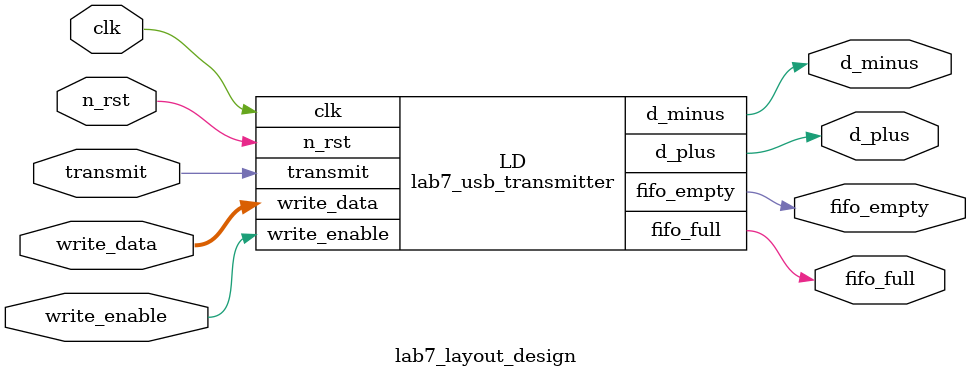
<source format=v>


module lab7_out_ctrl ( clk, n_rst, d_plus, d_minus, bus_mode, tx_value );
  input [1:0] bus_mode;
  input clk, n_rst, tx_value;
  output d_plus, d_minus;
  wire   n10, n11, n3, n4, n5, n6, n7;

  DFFSR d_minus_reg_reg ( .D(n11), .CLK(clk), .R(n_rst), .S(1'b1), .Q(d_minus)
         );
  DFFSR d_plus_reg_reg ( .D(n10), .CLK(clk), .R(1'b1), .S(n_rst), .Q(d_plus)
         );
  NOR2X1 U5 ( .A(n3), .B(n4), .Y(n11) );
  MUX2X1 U6 ( .B(n5), .A(d_minus), .S(bus_mode[1]), .Y(n4) );
  INVX1 U7 ( .A(tx_value), .Y(n5) );
  MUX2X1 U8 ( .B(n6), .A(n7), .S(bus_mode[1]), .Y(n10) );
  NAND2X1 U9 ( .A(d_plus), .B(bus_mode[0]), .Y(n7) );
  NOR2X1 U10 ( .A(tx_value), .B(n3), .Y(n6) );
  INVX1 U11 ( .A(bus_mode[0]), .Y(n3) );
endmodule


module lab7_encoder ( clk, n_rst, tx_bit, shift_enable, tx_value );
  input clk, n_rst, tx_bit, shift_enable;
  output tx_value;
  wire   last_bit, n1, n2;

  DFFSR last_bit_reg ( .D(n2), .CLK(clk), .R(1'b1), .S(n_rst), .Q(last_bit) );
  XNOR2X1 U2 ( .A(last_bit), .B(tx_bit), .Y(tx_value) );
  INVX1 U3 ( .A(n1), .Y(n2) );
  MUX2X1 U4 ( .B(last_bit), .A(tx_bit), .S(shift_enable), .Y(n1) );
endmodule


module lab7_tx_sr_1 ( clk, n_rst, shift_enable, tx_enable, tx_data, load_data, 
        tx_out );
  input [7:0] tx_data;
  input clk, n_rst, shift_enable, tx_enable, load_data;
  output tx_out;
  wire   n29, n30, n31, n32, n33, n34, n35, n36, n9, n10, n11, n12, n13, n14,
         n15, n16, n17, n18, n19, n20, n21, n22, n23, n24, n25, n26, n27;
  wire   [7:1] curr_val;

  DFFSR \curr_val_reg[7]  ( .D(n30), .CLK(clk), .R(n_rst), .S(1'b1), .Q(
        curr_val[7]) );
  DFFSR \curr_val_reg[6]  ( .D(n31), .CLK(clk), .R(n_rst), .S(1'b1), .Q(
        curr_val[6]) );
  DFFSR \curr_val_reg[5]  ( .D(n32), .CLK(clk), .R(n_rst), .S(1'b1), .Q(
        curr_val[5]) );
  DFFSR \curr_val_reg[4]  ( .D(n33), .CLK(clk), .R(n_rst), .S(1'b1), .Q(
        curr_val[4]) );
  DFFSR \curr_val_reg[3]  ( .D(n34), .CLK(clk), .R(n_rst), .S(1'b1), .Q(
        curr_val[3]) );
  DFFSR \curr_val_reg[2]  ( .D(n35), .CLK(clk), .R(n_rst), .S(1'b1), .Q(
        curr_val[2]) );
  DFFSR \curr_val_reg[1]  ( .D(n36), .CLK(clk), .R(n_rst), .S(1'b1), .Q(
        curr_val[1]) );
  DFFSR \curr_val_reg[0]  ( .D(n29), .CLK(clk), .R(n_rst), .S(1'b1), .Q(tx_out) );
  OAI21X1 U11 ( .A(n9), .B(n10), .C(n11), .Y(n36) );
  AOI22X1 U12 ( .A(curr_val[2]), .B(n12), .C(curr_val[1]), .D(n13), .Y(n11) );
  INVX1 U13 ( .A(tx_data[1]), .Y(n10) );
  OAI21X1 U14 ( .A(n9), .B(n14), .C(n15), .Y(n35) );
  AOI22X1 U15 ( .A(curr_val[3]), .B(n12), .C(n13), .D(curr_val[2]), .Y(n15) );
  INVX1 U16 ( .A(tx_data[2]), .Y(n14) );
  OAI21X1 U17 ( .A(n9), .B(n16), .C(n17), .Y(n34) );
  AOI22X1 U18 ( .A(curr_val[4]), .B(n12), .C(curr_val[3]), .D(n13), .Y(n17) );
  INVX1 U19 ( .A(tx_data[3]), .Y(n16) );
  OAI21X1 U20 ( .A(n9), .B(n18), .C(n19), .Y(n33) );
  AOI22X1 U21 ( .A(curr_val[5]), .B(n12), .C(curr_val[4]), .D(n13), .Y(n19) );
  INVX1 U22 ( .A(tx_data[4]), .Y(n18) );
  OAI21X1 U23 ( .A(n9), .B(n20), .C(n21), .Y(n32) );
  AOI22X1 U24 ( .A(curr_val[6]), .B(n12), .C(curr_val[5]), .D(n13), .Y(n21) );
  INVX1 U25 ( .A(tx_data[5]), .Y(n20) );
  OAI21X1 U26 ( .A(n9), .B(n22), .C(n23), .Y(n31) );
  AOI22X1 U27 ( .A(curr_val[7]), .B(n12), .C(curr_val[6]), .D(n13), .Y(n23) );
  INVX1 U28 ( .A(tx_data[6]), .Y(n22) );
  NAND2X1 U29 ( .A(n24), .B(n25), .Y(n30) );
  INVX1 U30 ( .A(n12), .Y(n25) );
  MUX2X1 U31 ( .B(tx_data[7]), .A(curr_val[7]), .S(n13), .Y(n24) );
  OAI21X1 U32 ( .A(n9), .B(n26), .C(n27), .Y(n29) );
  AOI22X1 U33 ( .A(curr_val[1]), .B(n12), .C(tx_out), .D(n13), .Y(n27) );
  NOR2X1 U34 ( .A(n13), .B(load_data), .Y(n12) );
  AOI21X1 U35 ( .A(tx_enable), .B(shift_enable), .C(load_data), .Y(n13) );
  INVX1 U36 ( .A(tx_data[0]), .Y(n26) );
  INVX1 U37 ( .A(load_data), .Y(n9) );
endmodule


module lab7_tx_sr_0 ( clk, n_rst, shift_enable, tx_enable, tx_data, load_data, 
        tx_out );
  input [7:0] tx_data;
  input clk, n_rst, shift_enable, tx_enable, load_data;
  output tx_out;
  wire   n9, n10, n11, n12, n13, n14, n15, n16, n17, n18, n19, n20, n21, n22,
         n23, n24, n25, n26, n27, n28, n36, n37, n38, n39, n40, n41, n42;
  wire   [7:1] curr_val;

  DFFSR \curr_val_reg[7]  ( .D(n41), .CLK(clk), .R(n_rst), .S(1'b1), .Q(
        curr_val[7]) );
  DFFSR \curr_val_reg[6]  ( .D(n40), .CLK(clk), .R(n_rst), .S(1'b1), .Q(
        curr_val[6]) );
  DFFSR \curr_val_reg[5]  ( .D(n39), .CLK(clk), .R(n_rst), .S(1'b1), .Q(
        curr_val[5]) );
  DFFSR \curr_val_reg[4]  ( .D(n38), .CLK(clk), .R(n_rst), .S(1'b1), .Q(
        curr_val[4]) );
  DFFSR \curr_val_reg[3]  ( .D(n37), .CLK(clk), .R(n_rst), .S(1'b1), .Q(
        curr_val[3]) );
  DFFSR \curr_val_reg[2]  ( .D(n36), .CLK(clk), .R(n_rst), .S(1'b1), .Q(
        curr_val[2]) );
  DFFSR \curr_val_reg[1]  ( .D(n28), .CLK(clk), .R(n_rst), .S(1'b1), .Q(
        curr_val[1]) );
  DFFSR \curr_val_reg[0]  ( .D(n42), .CLK(clk), .R(n_rst), .S(1'b1), .Q(tx_out) );
  OAI21X1 U11 ( .A(n9), .B(n10), .C(n11), .Y(n28) );
  AOI22X1 U12 ( .A(curr_val[2]), .B(n12), .C(curr_val[1]), .D(n13), .Y(n11) );
  INVX1 U13 ( .A(tx_data[1]), .Y(n10) );
  OAI21X1 U14 ( .A(n9), .B(n14), .C(n15), .Y(n36) );
  AOI22X1 U15 ( .A(curr_val[3]), .B(n12), .C(n13), .D(curr_val[2]), .Y(n15) );
  INVX1 U16 ( .A(tx_data[2]), .Y(n14) );
  OAI21X1 U17 ( .A(n9), .B(n16), .C(n17), .Y(n37) );
  AOI22X1 U18 ( .A(curr_val[4]), .B(n12), .C(curr_val[3]), .D(n13), .Y(n17) );
  INVX1 U19 ( .A(tx_data[3]), .Y(n16) );
  OAI21X1 U20 ( .A(n9), .B(n18), .C(n19), .Y(n38) );
  AOI22X1 U21 ( .A(curr_val[5]), .B(n12), .C(curr_val[4]), .D(n13), .Y(n19) );
  INVX1 U22 ( .A(tx_data[4]), .Y(n18) );
  OAI21X1 U23 ( .A(n9), .B(n20), .C(n21), .Y(n39) );
  AOI22X1 U24 ( .A(curr_val[6]), .B(n12), .C(curr_val[5]), .D(n13), .Y(n21) );
  INVX1 U25 ( .A(tx_data[5]), .Y(n20) );
  OAI21X1 U26 ( .A(n9), .B(n22), .C(n23), .Y(n40) );
  AOI22X1 U27 ( .A(curr_val[7]), .B(n12), .C(curr_val[6]), .D(n13), .Y(n23) );
  INVX1 U28 ( .A(tx_data[6]), .Y(n22) );
  NAND2X1 U29 ( .A(n24), .B(n25), .Y(n41) );
  INVX1 U30 ( .A(n12), .Y(n25) );
  MUX2X1 U31 ( .B(tx_data[7]), .A(curr_val[7]), .S(n13), .Y(n24) );
  OAI21X1 U32 ( .A(n9), .B(n26), .C(n27), .Y(n42) );
  AOI22X1 U33 ( .A(curr_val[1]), .B(n12), .C(tx_out), .D(n13), .Y(n27) );
  NOR2X1 U34 ( .A(n13), .B(load_data), .Y(n12) );
  AOI21X1 U35 ( .A(tx_enable), .B(shift_enable), .C(load_data), .Y(n13) );
  INVX1 U36 ( .A(tx_data[0]), .Y(n26) );
  INVX1 U37 ( .A(load_data), .Y(n9) );
endmodule


module fiforam ( wclk, wenable, waddr, raddr, wdata, rdata );
  input [2:0] waddr;
  input [2:0] raddr;
  input [7:0] wdata;
  output [7:0] rdata;
  input wclk, wenable;
  wire   N10, N11, N12, N13, N14, N15, \fiforeg[0][7] , \fiforeg[0][6] ,
         \fiforeg[0][5] , \fiforeg[0][4] , \fiforeg[0][3] , \fiforeg[0][2] ,
         \fiforeg[0][1] , \fiforeg[0][0] , \fiforeg[1][7] , \fiforeg[1][6] ,
         \fiforeg[1][5] , \fiforeg[1][4] , \fiforeg[1][3] , \fiforeg[1][2] ,
         \fiforeg[1][1] , \fiforeg[1][0] , \fiforeg[2][7] , \fiforeg[2][6] ,
         \fiforeg[2][5] , \fiforeg[2][4] , \fiforeg[2][3] , \fiforeg[2][2] ,
         \fiforeg[2][1] , \fiforeg[2][0] , \fiforeg[3][7] , \fiforeg[3][6] ,
         \fiforeg[3][5] , \fiforeg[3][4] , \fiforeg[3][3] , \fiforeg[3][2] ,
         \fiforeg[3][1] , \fiforeg[3][0] , \fiforeg[4][7] , \fiforeg[4][6] ,
         \fiforeg[4][5] , \fiforeg[4][4] , \fiforeg[4][3] , \fiforeg[4][2] ,
         \fiforeg[4][1] , \fiforeg[4][0] , \fiforeg[5][7] , \fiforeg[5][6] ,
         \fiforeg[5][5] , \fiforeg[5][4] , \fiforeg[5][3] , \fiforeg[5][2] ,
         \fiforeg[5][1] , \fiforeg[5][0] , \fiforeg[6][7] , \fiforeg[6][6] ,
         \fiforeg[6][5] , \fiforeg[6][4] , \fiforeg[6][3] , \fiforeg[6][2] ,
         \fiforeg[6][1] , \fiforeg[6][0] , \fiforeg[7][7] , \fiforeg[7][6] ,
         \fiforeg[7][5] , \fiforeg[7][4] , \fiforeg[7][3] , \fiforeg[7][2] ,
         \fiforeg[7][1] , \fiforeg[7][0] , N17, N18, N19, N20, N21, N22, N23,
         N24, n89, n90, n91, n92, n93, n94, n95, n96, n97, n98, n99, n100,
         n101, n102, n103, n104, n105, n106, n107, n108, n109, n110, n111,
         n112, n113, n114, n115, n116, n117, n118, n119, n120, n121, n122,
         n123, n124, n125, n126, n127, n128, n129, n130, n131, n132, n133,
         n134, n135, n136, n137, n138, n139, n140, n141, n142, n143, n144,
         n145, n146, n147, n148, n149, n150, n151, n152, n1, n2, n3, n4, n5,
         n6, n7, n8, n9, n10, n11, n12, n13, n14, n15, n16, n17, n18, n19, n20,
         n21, n22, n23, n24, n25, n26, n27, n28, n29, n30, n31, n32, n33, n34,
         n35, n36, n37, n38, n39, n40, n41, n42, n43, n44, n45, n46, n47, n48,
         n49, n50, n51, n52, n53, n54, n55, n56, n57, n58, n59, n60, n61, n62,
         n63, n64, n65, n66, n67, n68, n69, n70, n71, n72, n73, n74, n75, n76,
         n77, n78, n79, n80, n81, n82, n83, n84, n85, n86, n87, n88, n153,
         n154, n155, n156, n157, n158, n159, n160, n161, n162, n163, n164,
         n165, n166, n167, n168, n169, n170, n171, n172, n173, n174, n175,
         n176, n177, n178, n179, n180, n181, n182, n183, n184, n185, n186,
         n187, n188, n189, n190, n191, n192, n193, n194, n195, n196, n197,
         n198, n199, n200, n201, n202, n203, n204, n205, n206, n207, n208,
         n209, n210, n211, n212, n213, n214, n215, n216, n217, n218, n219,
         n220, n221, n222, n223, n224, n225, n226, n227, n228, n229, n230,
         n231, n232, n233, n234, n235, n236, n237, n238, n239, n240, n241,
         n242, n243, n244, n245, n246, n247, n248, n249, n250, n251, n252,
         n253, n254, n255, n256, n257, n258, n259, n260, n261, n262;
  assign N10 = raddr[0];
  assign N11 = raddr[1];
  assign N12 = raddr[2];
  assign N13 = waddr[0];
  assign N14 = waddr[1];
  assign N15 = waddr[2];

  DFFPOSX1 \fiforeg_reg[0][7]  ( .D(n152), .CLK(wclk), .Q(\fiforeg[0][7] ) );
  DFFPOSX1 \fiforeg_reg[0][6]  ( .D(n151), .CLK(wclk), .Q(\fiforeg[0][6] ) );
  DFFPOSX1 \fiforeg_reg[0][5]  ( .D(n150), .CLK(wclk), .Q(\fiforeg[0][5] ) );
  DFFPOSX1 \fiforeg_reg[0][4]  ( .D(n149), .CLK(wclk), .Q(\fiforeg[0][4] ) );
  DFFPOSX1 \fiforeg_reg[0][3]  ( .D(n148), .CLK(wclk), .Q(\fiforeg[0][3] ) );
  DFFPOSX1 \fiforeg_reg[0][2]  ( .D(n147), .CLK(wclk), .Q(\fiforeg[0][2] ) );
  DFFPOSX1 \fiforeg_reg[0][1]  ( .D(n146), .CLK(wclk), .Q(\fiforeg[0][1] ) );
  DFFPOSX1 \fiforeg_reg[0][0]  ( .D(n145), .CLK(wclk), .Q(\fiforeg[0][0] ) );
  DFFPOSX1 \fiforeg_reg[1][7]  ( .D(n144), .CLK(wclk), .Q(\fiforeg[1][7] ) );
  DFFPOSX1 \fiforeg_reg[1][6]  ( .D(n143), .CLK(wclk), .Q(\fiforeg[1][6] ) );
  DFFPOSX1 \fiforeg_reg[1][5]  ( .D(n142), .CLK(wclk), .Q(\fiforeg[1][5] ) );
  DFFPOSX1 \fiforeg_reg[1][4]  ( .D(n141), .CLK(wclk), .Q(\fiforeg[1][4] ) );
  DFFPOSX1 \fiforeg_reg[1][3]  ( .D(n140), .CLK(wclk), .Q(\fiforeg[1][3] ) );
  DFFPOSX1 \fiforeg_reg[1][2]  ( .D(n139), .CLK(wclk), .Q(\fiforeg[1][2] ) );
  DFFPOSX1 \fiforeg_reg[1][1]  ( .D(n138), .CLK(wclk), .Q(\fiforeg[1][1] ) );
  DFFPOSX1 \fiforeg_reg[1][0]  ( .D(n137), .CLK(wclk), .Q(\fiforeg[1][0] ) );
  DFFPOSX1 \fiforeg_reg[2][7]  ( .D(n136), .CLK(wclk), .Q(\fiforeg[2][7] ) );
  DFFPOSX1 \fiforeg_reg[2][6]  ( .D(n135), .CLK(wclk), .Q(\fiforeg[2][6] ) );
  DFFPOSX1 \fiforeg_reg[2][5]  ( .D(n134), .CLK(wclk), .Q(\fiforeg[2][5] ) );
  DFFPOSX1 \fiforeg_reg[2][4]  ( .D(n133), .CLK(wclk), .Q(\fiforeg[2][4] ) );
  DFFPOSX1 \fiforeg_reg[2][3]  ( .D(n132), .CLK(wclk), .Q(\fiforeg[2][3] ) );
  DFFPOSX1 \fiforeg_reg[2][2]  ( .D(n131), .CLK(wclk), .Q(\fiforeg[2][2] ) );
  DFFPOSX1 \fiforeg_reg[2][1]  ( .D(n130), .CLK(wclk), .Q(\fiforeg[2][1] ) );
  DFFPOSX1 \fiforeg_reg[2][0]  ( .D(n129), .CLK(wclk), .Q(\fiforeg[2][0] ) );
  DFFPOSX1 \fiforeg_reg[3][7]  ( .D(n128), .CLK(wclk), .Q(\fiforeg[3][7] ) );
  DFFPOSX1 \fiforeg_reg[3][6]  ( .D(n127), .CLK(wclk), .Q(\fiforeg[3][6] ) );
  DFFPOSX1 \fiforeg_reg[3][5]  ( .D(n126), .CLK(wclk), .Q(\fiforeg[3][5] ) );
  DFFPOSX1 \fiforeg_reg[3][4]  ( .D(n125), .CLK(wclk), .Q(\fiforeg[3][4] ) );
  DFFPOSX1 \fiforeg_reg[3][3]  ( .D(n124), .CLK(wclk), .Q(\fiforeg[3][3] ) );
  DFFPOSX1 \fiforeg_reg[3][2]  ( .D(n123), .CLK(wclk), .Q(\fiforeg[3][2] ) );
  DFFPOSX1 \fiforeg_reg[3][1]  ( .D(n122), .CLK(wclk), .Q(\fiforeg[3][1] ) );
  DFFPOSX1 \fiforeg_reg[3][0]  ( .D(n121), .CLK(wclk), .Q(\fiforeg[3][0] ) );
  DFFPOSX1 \fiforeg_reg[4][7]  ( .D(n120), .CLK(wclk), .Q(\fiforeg[4][7] ) );
  DFFPOSX1 \fiforeg_reg[4][6]  ( .D(n119), .CLK(wclk), .Q(\fiforeg[4][6] ) );
  DFFPOSX1 \fiforeg_reg[4][5]  ( .D(n118), .CLK(wclk), .Q(\fiforeg[4][5] ) );
  DFFPOSX1 \fiforeg_reg[4][4]  ( .D(n117), .CLK(wclk), .Q(\fiforeg[4][4] ) );
  DFFPOSX1 \fiforeg_reg[4][3]  ( .D(n116), .CLK(wclk), .Q(\fiforeg[4][3] ) );
  DFFPOSX1 \fiforeg_reg[4][2]  ( .D(n115), .CLK(wclk), .Q(\fiforeg[4][2] ) );
  DFFPOSX1 \fiforeg_reg[4][1]  ( .D(n114), .CLK(wclk), .Q(\fiforeg[4][1] ) );
  DFFPOSX1 \fiforeg_reg[4][0]  ( .D(n113), .CLK(wclk), .Q(\fiforeg[4][0] ) );
  DFFPOSX1 \fiforeg_reg[5][7]  ( .D(n112), .CLK(wclk), .Q(\fiforeg[5][7] ) );
  DFFPOSX1 \fiforeg_reg[5][6]  ( .D(n111), .CLK(wclk), .Q(\fiforeg[5][6] ) );
  DFFPOSX1 \fiforeg_reg[5][5]  ( .D(n110), .CLK(wclk), .Q(\fiforeg[5][5] ) );
  DFFPOSX1 \fiforeg_reg[5][4]  ( .D(n109), .CLK(wclk), .Q(\fiforeg[5][4] ) );
  DFFPOSX1 \fiforeg_reg[5][3]  ( .D(n108), .CLK(wclk), .Q(\fiforeg[5][3] ) );
  DFFPOSX1 \fiforeg_reg[5][2]  ( .D(n107), .CLK(wclk), .Q(\fiforeg[5][2] ) );
  DFFPOSX1 \fiforeg_reg[5][1]  ( .D(n106), .CLK(wclk), .Q(\fiforeg[5][1] ) );
  DFFPOSX1 \fiforeg_reg[5][0]  ( .D(n105), .CLK(wclk), .Q(\fiforeg[5][0] ) );
  DFFPOSX1 \fiforeg_reg[6][7]  ( .D(n104), .CLK(wclk), .Q(\fiforeg[6][7] ) );
  DFFPOSX1 \fiforeg_reg[6][6]  ( .D(n103), .CLK(wclk), .Q(\fiforeg[6][6] ) );
  DFFPOSX1 \fiforeg_reg[6][5]  ( .D(n102), .CLK(wclk), .Q(\fiforeg[6][5] ) );
  DFFPOSX1 \fiforeg_reg[6][4]  ( .D(n101), .CLK(wclk), .Q(\fiforeg[6][4] ) );
  DFFPOSX1 \fiforeg_reg[6][3]  ( .D(n100), .CLK(wclk), .Q(\fiforeg[6][3] ) );
  DFFPOSX1 \fiforeg_reg[6][2]  ( .D(n99), .CLK(wclk), .Q(\fiforeg[6][2] ) );
  DFFPOSX1 \fiforeg_reg[6][1]  ( .D(n98), .CLK(wclk), .Q(\fiforeg[6][1] ) );
  DFFPOSX1 \fiforeg_reg[6][0]  ( .D(n97), .CLK(wclk), .Q(\fiforeg[6][0] ) );
  DFFPOSX1 \fiforeg_reg[7][7]  ( .D(n96), .CLK(wclk), .Q(\fiforeg[7][7] ) );
  DFFPOSX1 \fiforeg_reg[7][6]  ( .D(n95), .CLK(wclk), .Q(\fiforeg[7][6] ) );
  DFFPOSX1 \fiforeg_reg[7][5]  ( .D(n94), .CLK(wclk), .Q(\fiforeg[7][5] ) );
  DFFPOSX1 \fiforeg_reg[7][4]  ( .D(n93), .CLK(wclk), .Q(\fiforeg[7][4] ) );
  DFFPOSX1 \fiforeg_reg[7][3]  ( .D(n92), .CLK(wclk), .Q(\fiforeg[7][3] ) );
  DFFPOSX1 \fiforeg_reg[7][2]  ( .D(n91), .CLK(wclk), .Q(\fiforeg[7][2] ) );
  DFFPOSX1 \fiforeg_reg[7][1]  ( .D(n90), .CLK(wclk), .Q(\fiforeg[7][1] ) );
  DFFPOSX1 \fiforeg_reg[7][0]  ( .D(n89), .CLK(wclk), .Q(\fiforeg[7][0] ) );
  BUFX2 U2 ( .A(n175), .Y(n1) );
  BUFX2 U3 ( .A(n56), .Y(n2) );
  BUFX2 U4 ( .A(n172), .Y(n3) );
  BUFX2 U5 ( .A(n53), .Y(n4) );
  BUFX2 U6 ( .A(n173), .Y(n5) );
  BUFX2 U7 ( .A(n54), .Y(n6) );
  BUFX2 U8 ( .A(n174), .Y(n7) );
  BUFX2 U9 ( .A(n55), .Y(n8) );
  NOR2X1 U10 ( .A(n63), .B(N11), .Y(n54) );
  NOR2X1 U11 ( .A(n63), .B(n62), .Y(n53) );
  AOI22X1 U12 ( .A(\fiforeg[4][0] ), .B(n6), .C(\fiforeg[6][0] ), .D(n4), .Y(
        n10) );
  NOR2X1 U13 ( .A(N11), .B(N12), .Y(n56) );
  NOR2X1 U14 ( .A(n62), .B(N12), .Y(n55) );
  AOI22X1 U15 ( .A(\fiforeg[0][0] ), .B(n2), .C(\fiforeg[2][0] ), .D(n8), .Y(
        n9) );
  AOI21X1 U16 ( .A(n10), .B(n9), .C(N10), .Y(n14) );
  AOI22X1 U17 ( .A(\fiforeg[5][0] ), .B(n6), .C(\fiforeg[7][0] ), .D(n4), .Y(
        n12) );
  AOI22X1 U18 ( .A(\fiforeg[1][0] ), .B(n2), .C(\fiforeg[3][0] ), .D(n8), .Y(
        n11) );
  AOI21X1 U19 ( .A(n12), .B(n11), .C(n61), .Y(n13) );
  OR2X1 U20 ( .A(n14), .B(n13), .Y(rdata[0]) );
  AOI22X1 U21 ( .A(\fiforeg[4][1] ), .B(n6), .C(\fiforeg[6][1] ), .D(n4), .Y(
        n16) );
  AOI22X1 U22 ( .A(\fiforeg[0][1] ), .B(n2), .C(\fiforeg[2][1] ), .D(n8), .Y(
        n15) );
  AOI21X1 U23 ( .A(n16), .B(n15), .C(N10), .Y(n20) );
  AOI22X1 U24 ( .A(\fiforeg[5][1] ), .B(n6), .C(\fiforeg[7][1] ), .D(n4), .Y(
        n18) );
  AOI22X1 U25 ( .A(\fiforeg[1][1] ), .B(n2), .C(\fiforeg[3][1] ), .D(n8), .Y(
        n17) );
  AOI21X1 U26 ( .A(n18), .B(n17), .C(n61), .Y(n19) );
  OR2X1 U27 ( .A(n20), .B(n19), .Y(rdata[1]) );
  AOI22X1 U28 ( .A(\fiforeg[4][2] ), .B(n6), .C(\fiforeg[6][2] ), .D(n4), .Y(
        n22) );
  AOI22X1 U29 ( .A(\fiforeg[0][2] ), .B(n2), .C(\fiforeg[2][2] ), .D(n8), .Y(
        n21) );
  AOI21X1 U30 ( .A(n22), .B(n21), .C(N10), .Y(n26) );
  AOI22X1 U31 ( .A(\fiforeg[5][2] ), .B(n6), .C(\fiforeg[7][2] ), .D(n4), .Y(
        n24) );
  AOI22X1 U32 ( .A(\fiforeg[1][2] ), .B(n2), .C(\fiforeg[3][2] ), .D(n8), .Y(
        n23) );
  AOI21X1 U33 ( .A(n24), .B(n23), .C(n61), .Y(n25) );
  OR2X1 U34 ( .A(n26), .B(n25), .Y(rdata[2]) );
  AOI22X1 U35 ( .A(\fiforeg[4][3] ), .B(n6), .C(\fiforeg[6][3] ), .D(n4), .Y(
        n28) );
  AOI22X1 U36 ( .A(\fiforeg[0][3] ), .B(n2), .C(\fiforeg[2][3] ), .D(n8), .Y(
        n27) );
  AOI21X1 U37 ( .A(n28), .B(n27), .C(N10), .Y(n32) );
  AOI22X1 U38 ( .A(\fiforeg[5][3] ), .B(n6), .C(\fiforeg[7][3] ), .D(n4), .Y(
        n30) );
  AOI22X1 U39 ( .A(\fiforeg[1][3] ), .B(n2), .C(\fiforeg[3][3] ), .D(n8), .Y(
        n29) );
  AOI21X1 U40 ( .A(n30), .B(n29), .C(n61), .Y(n31) );
  OR2X1 U41 ( .A(n32), .B(n31), .Y(rdata[3]) );
  AOI22X1 U42 ( .A(\fiforeg[4][4] ), .B(n6), .C(\fiforeg[6][4] ), .D(n4), .Y(
        n34) );
  AOI22X1 U43 ( .A(\fiforeg[0][4] ), .B(n2), .C(\fiforeg[2][4] ), .D(n8), .Y(
        n33) );
  AOI21X1 U44 ( .A(n34), .B(n33), .C(N10), .Y(n38) );
  AOI22X1 U45 ( .A(\fiforeg[5][4] ), .B(n6), .C(\fiforeg[7][4] ), .D(n4), .Y(
        n36) );
  AOI22X1 U46 ( .A(\fiforeg[1][4] ), .B(n2), .C(\fiforeg[3][4] ), .D(n8), .Y(
        n35) );
  AOI21X1 U47 ( .A(n36), .B(n35), .C(n61), .Y(n37) );
  OR2X1 U48 ( .A(n38), .B(n37), .Y(rdata[4]) );
  AOI22X1 U49 ( .A(\fiforeg[4][5] ), .B(n6), .C(\fiforeg[6][5] ), .D(n4), .Y(
        n40) );
  AOI22X1 U50 ( .A(\fiforeg[0][5] ), .B(n2), .C(\fiforeg[2][5] ), .D(n8), .Y(
        n39) );
  AOI21X1 U51 ( .A(n40), .B(n39), .C(N10), .Y(n44) );
  AOI22X1 U52 ( .A(\fiforeg[5][5] ), .B(n6), .C(\fiforeg[7][5] ), .D(n4), .Y(
        n42) );
  AOI22X1 U53 ( .A(\fiforeg[1][5] ), .B(n2), .C(\fiforeg[3][5] ), .D(n8), .Y(
        n41) );
  AOI21X1 U54 ( .A(n42), .B(n41), .C(n61), .Y(n43) );
  OR2X1 U55 ( .A(n44), .B(n43), .Y(rdata[5]) );
  AOI22X1 U56 ( .A(\fiforeg[4][6] ), .B(n6), .C(\fiforeg[6][6] ), .D(n4), .Y(
        n46) );
  AOI22X1 U57 ( .A(\fiforeg[0][6] ), .B(n2), .C(\fiforeg[2][6] ), .D(n8), .Y(
        n45) );
  AOI21X1 U58 ( .A(n46), .B(n45), .C(N10), .Y(n50) );
  AOI22X1 U59 ( .A(\fiforeg[5][6] ), .B(n6), .C(\fiforeg[7][6] ), .D(n4), .Y(
        n48) );
  AOI22X1 U60 ( .A(\fiforeg[1][6] ), .B(n2), .C(\fiforeg[3][6] ), .D(n8), .Y(
        n47) );
  AOI21X1 U61 ( .A(n48), .B(n47), .C(n61), .Y(n49) );
  OR2X1 U62 ( .A(n50), .B(n49), .Y(rdata[6]) );
  AOI22X1 U63 ( .A(\fiforeg[4][7] ), .B(n6), .C(\fiforeg[6][7] ), .D(n4), .Y(
        n52) );
  AOI22X1 U64 ( .A(\fiforeg[0][7] ), .B(n2), .C(\fiforeg[2][7] ), .D(n8), .Y(
        n51) );
  AOI21X1 U65 ( .A(n52), .B(n51), .C(N10), .Y(n60) );
  AOI22X1 U66 ( .A(\fiforeg[5][7] ), .B(n6), .C(\fiforeg[7][7] ), .D(n4), .Y(
        n58) );
  AOI22X1 U67 ( .A(\fiforeg[1][7] ), .B(n2), .C(\fiforeg[3][7] ), .D(n8), .Y(
        n57) );
  AOI21X1 U68 ( .A(n58), .B(n57), .C(n61), .Y(n59) );
  OR2X1 U69 ( .A(n60), .B(n59), .Y(rdata[7]) );
  INVX2 U70 ( .A(N10), .Y(n61) );
  INVX2 U71 ( .A(N11), .Y(n62) );
  INVX2 U72 ( .A(N12), .Y(n63) );
  NOR2X1 U73 ( .A(n211), .B(N14), .Y(n173) );
  NOR2X1 U74 ( .A(n211), .B(n180), .Y(n172) );
  AOI22X1 U75 ( .A(\fiforeg[4][0] ), .B(n5), .C(\fiforeg[6][0] ), .D(n3), .Y(
        n65) );
  NOR2X1 U76 ( .A(N14), .B(N15), .Y(n175) );
  NOR2X1 U77 ( .A(n180), .B(N15), .Y(n174) );
  AOI22X1 U78 ( .A(\fiforeg[0][0] ), .B(n1), .C(\fiforeg[2][0] ), .D(n7), .Y(
        n64) );
  AOI21X1 U79 ( .A(n65), .B(n64), .C(N13), .Y(n69) );
  AOI22X1 U80 ( .A(\fiforeg[5][0] ), .B(n5), .C(\fiforeg[7][0] ), .D(n3), .Y(
        n67) );
  AOI22X1 U81 ( .A(\fiforeg[1][0] ), .B(n1), .C(\fiforeg[3][0] ), .D(n7), .Y(
        n66) );
  AOI21X1 U82 ( .A(n67), .B(n66), .C(n212), .Y(n68) );
  OR2X1 U83 ( .A(n69), .B(n68), .Y(N24) );
  AOI22X1 U84 ( .A(\fiforeg[4][1] ), .B(n5), .C(\fiforeg[6][1] ), .D(n3), .Y(
        n71) );
  AOI22X1 U85 ( .A(\fiforeg[0][1] ), .B(n1), .C(\fiforeg[2][1] ), .D(n7), .Y(
        n70) );
  AOI21X1 U86 ( .A(n71), .B(n70), .C(N13), .Y(n75) );
  AOI22X1 U87 ( .A(\fiforeg[5][1] ), .B(n5), .C(\fiforeg[7][1] ), .D(n3), .Y(
        n73) );
  AOI22X1 U88 ( .A(\fiforeg[1][1] ), .B(n1), .C(\fiforeg[3][1] ), .D(n7), .Y(
        n72) );
  AOI21X1 U89 ( .A(n73), .B(n72), .C(n212), .Y(n74) );
  OR2X1 U90 ( .A(n75), .B(n74), .Y(N23) );
  AOI22X1 U91 ( .A(\fiforeg[4][2] ), .B(n5), .C(\fiforeg[6][2] ), .D(n3), .Y(
        n77) );
  AOI22X1 U92 ( .A(\fiforeg[0][2] ), .B(n1), .C(\fiforeg[2][2] ), .D(n7), .Y(
        n76) );
  AOI21X1 U93 ( .A(n77), .B(n76), .C(N13), .Y(n81) );
  AOI22X1 U94 ( .A(\fiforeg[5][2] ), .B(n5), .C(\fiforeg[7][2] ), .D(n3), .Y(
        n79) );
  AOI22X1 U95 ( .A(\fiforeg[1][2] ), .B(n1), .C(\fiforeg[3][2] ), .D(n7), .Y(
        n78) );
  AOI21X1 U96 ( .A(n79), .B(n78), .C(n212), .Y(n80) );
  OR2X1 U97 ( .A(n81), .B(n80), .Y(N22) );
  AOI22X1 U98 ( .A(\fiforeg[4][3] ), .B(n5), .C(\fiforeg[6][3] ), .D(n3), .Y(
        n83) );
  AOI22X1 U99 ( .A(\fiforeg[0][3] ), .B(n1), .C(\fiforeg[2][3] ), .D(n7), .Y(
        n82) );
  AOI21X1 U100 ( .A(n83), .B(n82), .C(N13), .Y(n87) );
  AOI22X1 U101 ( .A(\fiforeg[5][3] ), .B(n5), .C(\fiforeg[7][3] ), .D(n3), .Y(
        n85) );
  AOI22X1 U102 ( .A(\fiforeg[1][3] ), .B(n1), .C(\fiforeg[3][3] ), .D(n7), .Y(
        n84) );
  AOI21X1 U103 ( .A(n85), .B(n84), .C(n212), .Y(n86) );
  OR2X1 U104 ( .A(n87), .B(n86), .Y(N21) );
  AOI22X1 U105 ( .A(\fiforeg[4][4] ), .B(n5), .C(\fiforeg[6][4] ), .D(n3), .Y(
        n153) );
  AOI22X1 U106 ( .A(\fiforeg[0][4] ), .B(n1), .C(\fiforeg[2][4] ), .D(n7), .Y(
        n88) );
  AOI21X1 U107 ( .A(n153), .B(n88), .C(N13), .Y(n157) );
  AOI22X1 U108 ( .A(\fiforeg[5][4] ), .B(n5), .C(\fiforeg[7][4] ), .D(n3), .Y(
        n155) );
  AOI22X1 U109 ( .A(\fiforeg[1][4] ), .B(n1), .C(\fiforeg[3][4] ), .D(n7), .Y(
        n154) );
  AOI21X1 U110 ( .A(n155), .B(n154), .C(n212), .Y(n156) );
  OR2X1 U111 ( .A(n157), .B(n156), .Y(N20) );
  AOI22X1 U112 ( .A(\fiforeg[4][5] ), .B(n5), .C(\fiforeg[6][5] ), .D(n3), .Y(
        n159) );
  AOI22X1 U113 ( .A(\fiforeg[0][5] ), .B(n1), .C(\fiforeg[2][5] ), .D(n7), .Y(
        n158) );
  AOI21X1 U114 ( .A(n159), .B(n158), .C(N13), .Y(n163) );
  AOI22X1 U115 ( .A(\fiforeg[5][5] ), .B(n5), .C(\fiforeg[7][5] ), .D(n3), .Y(
        n161) );
  AOI22X1 U116 ( .A(\fiforeg[1][5] ), .B(n1), .C(\fiforeg[3][5] ), .D(n7), .Y(
        n160) );
  AOI21X1 U117 ( .A(n161), .B(n160), .C(n212), .Y(n162) );
  OR2X1 U118 ( .A(n163), .B(n162), .Y(N19) );
  AOI22X1 U119 ( .A(\fiforeg[4][6] ), .B(n5), .C(\fiforeg[6][6] ), .D(n3), .Y(
        n165) );
  AOI22X1 U120 ( .A(\fiforeg[0][6] ), .B(n1), .C(\fiforeg[2][6] ), .D(n7), .Y(
        n164) );
  AOI21X1 U121 ( .A(n165), .B(n164), .C(N13), .Y(n169) );
  AOI22X1 U122 ( .A(\fiforeg[5][6] ), .B(n5), .C(\fiforeg[7][6] ), .D(n3), .Y(
        n167) );
  AOI22X1 U123 ( .A(\fiforeg[1][6] ), .B(n1), .C(\fiforeg[3][6] ), .D(n7), .Y(
        n166) );
  AOI21X1 U124 ( .A(n167), .B(n166), .C(n212), .Y(n168) );
  OR2X1 U125 ( .A(n169), .B(n168), .Y(N18) );
  AOI22X1 U126 ( .A(\fiforeg[4][7] ), .B(n5), .C(\fiforeg[6][7] ), .D(n3), .Y(
        n171) );
  AOI22X1 U127 ( .A(\fiforeg[0][7] ), .B(n1), .C(\fiforeg[2][7] ), .D(n7), .Y(
        n170) );
  AOI21X1 U128 ( .A(n171), .B(n170), .C(N13), .Y(n179) );
  AOI22X1 U129 ( .A(\fiforeg[5][7] ), .B(n5), .C(\fiforeg[7][7] ), .D(n3), .Y(
        n177) );
  AOI22X1 U130 ( .A(\fiforeg[1][7] ), .B(n1), .C(\fiforeg[3][7] ), .D(n7), .Y(
        n176) );
  AOI21X1 U131 ( .A(n177), .B(n176), .C(n212), .Y(n178) );
  OR2X1 U132 ( .A(n179), .B(n178), .Y(N17) );
  INVX2 U133 ( .A(N14), .Y(n180) );
  MUX2X1 U134 ( .B(n181), .A(n182), .S(n183), .Y(n99) );
  INVX1 U135 ( .A(\fiforeg[6][2] ), .Y(n182) );
  MUX2X1 U136 ( .B(n184), .A(n185), .S(n183), .Y(n98) );
  INVX1 U137 ( .A(\fiforeg[6][1] ), .Y(n185) );
  MUX2X1 U138 ( .B(n186), .A(n187), .S(n183), .Y(n97) );
  INVX1 U139 ( .A(\fiforeg[6][0] ), .Y(n187) );
  MUX2X1 U140 ( .B(n188), .A(n189), .S(n190), .Y(n96) );
  INVX1 U141 ( .A(\fiforeg[7][7] ), .Y(n189) );
  MUX2X1 U142 ( .B(n191), .A(n192), .S(n190), .Y(n95) );
  INVX1 U143 ( .A(\fiforeg[7][6] ), .Y(n192) );
  MUX2X1 U144 ( .B(n193), .A(n194), .S(n190), .Y(n94) );
  INVX1 U145 ( .A(\fiforeg[7][5] ), .Y(n194) );
  MUX2X1 U146 ( .B(n195), .A(n196), .S(n190), .Y(n93) );
  INVX1 U147 ( .A(\fiforeg[7][4] ), .Y(n196) );
  MUX2X1 U148 ( .B(n197), .A(n198), .S(n190), .Y(n92) );
  INVX1 U149 ( .A(\fiforeg[7][3] ), .Y(n198) );
  MUX2X1 U150 ( .B(n181), .A(n199), .S(n190), .Y(n91) );
  INVX1 U151 ( .A(\fiforeg[7][2] ), .Y(n199) );
  MUX2X1 U152 ( .B(n184), .A(n200), .S(n190), .Y(n90) );
  INVX1 U153 ( .A(\fiforeg[7][1] ), .Y(n200) );
  MUX2X1 U154 ( .B(n186), .A(n201), .S(n190), .Y(n89) );
  NAND3X1 U155 ( .A(N15), .B(N14), .C(N13), .Y(n190) );
  INVX1 U156 ( .A(\fiforeg[7][0] ), .Y(n201) );
  MUX2X1 U157 ( .B(n188), .A(n202), .S(n203), .Y(n152) );
  INVX1 U158 ( .A(\fiforeg[0][7] ), .Y(n202) );
  MUX2X1 U159 ( .B(n191), .A(n204), .S(n203), .Y(n151) );
  INVX1 U160 ( .A(\fiforeg[0][6] ), .Y(n204) );
  MUX2X1 U161 ( .B(n193), .A(n205), .S(n203), .Y(n150) );
  INVX1 U162 ( .A(\fiforeg[0][5] ), .Y(n205) );
  MUX2X1 U163 ( .B(n195), .A(n206), .S(n203), .Y(n149) );
  INVX1 U164 ( .A(\fiforeg[0][4] ), .Y(n206) );
  MUX2X1 U165 ( .B(n197), .A(n207), .S(n203), .Y(n148) );
  INVX1 U166 ( .A(\fiforeg[0][3] ), .Y(n207) );
  MUX2X1 U167 ( .B(n181), .A(n208), .S(n203), .Y(n147) );
  INVX1 U168 ( .A(\fiforeg[0][2] ), .Y(n208) );
  MUX2X1 U169 ( .B(n184), .A(n209), .S(n203), .Y(n146) );
  INVX1 U170 ( .A(\fiforeg[0][1] ), .Y(n209) );
  MUX2X1 U171 ( .B(n186), .A(n210), .S(n203), .Y(n145) );
  NAND3X1 U172 ( .A(n180), .B(n211), .C(n212), .Y(n203) );
  INVX1 U173 ( .A(\fiforeg[0][0] ), .Y(n210) );
  MUX2X1 U174 ( .B(n188), .A(n213), .S(n214), .Y(n144) );
  INVX1 U175 ( .A(\fiforeg[1][7] ), .Y(n213) );
  MUX2X1 U176 ( .B(n191), .A(n215), .S(n214), .Y(n143) );
  INVX1 U177 ( .A(\fiforeg[1][6] ), .Y(n215) );
  MUX2X1 U178 ( .B(n193), .A(n216), .S(n214), .Y(n142) );
  INVX1 U179 ( .A(\fiforeg[1][5] ), .Y(n216) );
  MUX2X1 U180 ( .B(n195), .A(n217), .S(n214), .Y(n141) );
  INVX1 U181 ( .A(\fiforeg[1][4] ), .Y(n217) );
  MUX2X1 U182 ( .B(n197), .A(n218), .S(n214), .Y(n140) );
  INVX1 U183 ( .A(\fiforeg[1][3] ), .Y(n218) );
  MUX2X1 U184 ( .B(n181), .A(n219), .S(n214), .Y(n139) );
  INVX1 U185 ( .A(\fiforeg[1][2] ), .Y(n219) );
  MUX2X1 U186 ( .B(n184), .A(n220), .S(n214), .Y(n138) );
  INVX1 U187 ( .A(\fiforeg[1][1] ), .Y(n220) );
  MUX2X1 U188 ( .B(n186), .A(n221), .S(n214), .Y(n137) );
  NAND3X1 U189 ( .A(n180), .B(n211), .C(N13), .Y(n214) );
  INVX1 U190 ( .A(\fiforeg[1][0] ), .Y(n221) );
  MUX2X1 U191 ( .B(n188), .A(n222), .S(n223), .Y(n136) );
  INVX1 U192 ( .A(\fiforeg[2][7] ), .Y(n222) );
  MUX2X1 U193 ( .B(n191), .A(n224), .S(n223), .Y(n135) );
  INVX1 U194 ( .A(\fiforeg[2][6] ), .Y(n224) );
  MUX2X1 U195 ( .B(n193), .A(n225), .S(n223), .Y(n134) );
  INVX1 U196 ( .A(\fiforeg[2][5] ), .Y(n225) );
  MUX2X1 U197 ( .B(n195), .A(n226), .S(n223), .Y(n133) );
  INVX1 U198 ( .A(\fiforeg[2][4] ), .Y(n226) );
  MUX2X1 U199 ( .B(n197), .A(n227), .S(n223), .Y(n132) );
  INVX1 U200 ( .A(\fiforeg[2][3] ), .Y(n227) );
  MUX2X1 U201 ( .B(n181), .A(n228), .S(n223), .Y(n131) );
  INVX1 U202 ( .A(\fiforeg[2][2] ), .Y(n228) );
  MUX2X1 U203 ( .B(n184), .A(n229), .S(n223), .Y(n130) );
  INVX1 U204 ( .A(\fiforeg[2][1] ), .Y(n229) );
  MUX2X1 U205 ( .B(n186), .A(n230), .S(n223), .Y(n129) );
  NAND3X1 U206 ( .A(n212), .B(n211), .C(N14), .Y(n223) );
  INVX1 U207 ( .A(\fiforeg[2][0] ), .Y(n230) );
  MUX2X1 U208 ( .B(n188), .A(n231), .S(n232), .Y(n128) );
  INVX1 U209 ( .A(\fiforeg[3][7] ), .Y(n231) );
  MUX2X1 U210 ( .B(n191), .A(n233), .S(n232), .Y(n127) );
  INVX1 U211 ( .A(\fiforeg[3][6] ), .Y(n233) );
  MUX2X1 U212 ( .B(n193), .A(n234), .S(n232), .Y(n126) );
  INVX1 U213 ( .A(\fiforeg[3][5] ), .Y(n234) );
  MUX2X1 U214 ( .B(n195), .A(n235), .S(n232), .Y(n125) );
  INVX1 U215 ( .A(\fiforeg[3][4] ), .Y(n235) );
  MUX2X1 U216 ( .B(n197), .A(n236), .S(n232), .Y(n124) );
  INVX1 U217 ( .A(\fiforeg[3][3] ), .Y(n236) );
  MUX2X1 U218 ( .B(n181), .A(n237), .S(n232), .Y(n123) );
  INVX1 U219 ( .A(\fiforeg[3][2] ), .Y(n237) );
  MUX2X1 U220 ( .B(n184), .A(n238), .S(n232), .Y(n122) );
  INVX1 U221 ( .A(\fiforeg[3][1] ), .Y(n238) );
  MUX2X1 U222 ( .B(n186), .A(n239), .S(n232), .Y(n121) );
  NAND3X1 U223 ( .A(N14), .B(n211), .C(N13), .Y(n232) );
  INVX1 U224 ( .A(N15), .Y(n211) );
  INVX1 U225 ( .A(\fiforeg[3][0] ), .Y(n239) );
  MUX2X1 U226 ( .B(n188), .A(n240), .S(n241), .Y(n120) );
  INVX1 U227 ( .A(\fiforeg[4][7] ), .Y(n240) );
  MUX2X1 U228 ( .B(n191), .A(n242), .S(n241), .Y(n119) );
  INVX1 U229 ( .A(\fiforeg[4][6] ), .Y(n242) );
  MUX2X1 U230 ( .B(n193), .A(n243), .S(n241), .Y(n118) );
  INVX1 U231 ( .A(\fiforeg[4][5] ), .Y(n243) );
  MUX2X1 U232 ( .B(n195), .A(n244), .S(n241), .Y(n117) );
  INVX1 U233 ( .A(\fiforeg[4][4] ), .Y(n244) );
  MUX2X1 U234 ( .B(n197), .A(n245), .S(n241), .Y(n116) );
  INVX1 U235 ( .A(\fiforeg[4][3] ), .Y(n245) );
  MUX2X1 U236 ( .B(n181), .A(n246), .S(n241), .Y(n115) );
  INVX1 U237 ( .A(\fiforeg[4][2] ), .Y(n246) );
  MUX2X1 U238 ( .B(n184), .A(n247), .S(n241), .Y(n114) );
  INVX1 U239 ( .A(\fiforeg[4][1] ), .Y(n247) );
  MUX2X1 U240 ( .B(n186), .A(n248), .S(n241), .Y(n113) );
  NAND3X1 U241 ( .A(n212), .B(n180), .C(N15), .Y(n241) );
  INVX1 U242 ( .A(\fiforeg[4][0] ), .Y(n248) );
  MUX2X1 U243 ( .B(n188), .A(n249), .S(n250), .Y(n112) );
  INVX1 U244 ( .A(\fiforeg[5][7] ), .Y(n249) );
  MUX2X1 U245 ( .B(n191), .A(n251), .S(n250), .Y(n111) );
  INVX1 U246 ( .A(\fiforeg[5][6] ), .Y(n251) );
  MUX2X1 U247 ( .B(n193), .A(n252), .S(n250), .Y(n110) );
  INVX1 U248 ( .A(\fiforeg[5][5] ), .Y(n252) );
  MUX2X1 U249 ( .B(n195), .A(n253), .S(n250), .Y(n109) );
  INVX1 U250 ( .A(\fiforeg[5][4] ), .Y(n253) );
  MUX2X1 U251 ( .B(n197), .A(n254), .S(n250), .Y(n108) );
  INVX1 U252 ( .A(\fiforeg[5][3] ), .Y(n254) );
  MUX2X1 U253 ( .B(n181), .A(n255), .S(n250), .Y(n107) );
  INVX1 U254 ( .A(\fiforeg[5][2] ), .Y(n255) );
  MUX2X1 U255 ( .B(N22), .A(wdata[2]), .S(wenable), .Y(n181) );
  MUX2X1 U256 ( .B(n184), .A(n256), .S(n250), .Y(n106) );
  INVX1 U257 ( .A(\fiforeg[5][1] ), .Y(n256) );
  MUX2X1 U258 ( .B(N23), .A(wdata[1]), .S(wenable), .Y(n184) );
  MUX2X1 U259 ( .B(n186), .A(n257), .S(n250), .Y(n105) );
  NAND3X1 U260 ( .A(N15), .B(n180), .C(N13), .Y(n250) );
  INVX1 U261 ( .A(\fiforeg[5][0] ), .Y(n257) );
  MUX2X1 U262 ( .B(N24), .A(wdata[0]), .S(wenable), .Y(n186) );
  MUX2X1 U263 ( .B(n188), .A(n258), .S(n183), .Y(n104) );
  INVX1 U264 ( .A(\fiforeg[6][7] ), .Y(n258) );
  MUX2X1 U265 ( .B(N17), .A(wdata[7]), .S(wenable), .Y(n188) );
  MUX2X1 U266 ( .B(n191), .A(n259), .S(n183), .Y(n103) );
  INVX1 U267 ( .A(\fiforeg[6][6] ), .Y(n259) );
  MUX2X1 U268 ( .B(N18), .A(wdata[6]), .S(wenable), .Y(n191) );
  MUX2X1 U269 ( .B(n193), .A(n260), .S(n183), .Y(n102) );
  INVX1 U270 ( .A(\fiforeg[6][5] ), .Y(n260) );
  MUX2X1 U271 ( .B(N19), .A(wdata[5]), .S(wenable), .Y(n193) );
  MUX2X1 U272 ( .B(n195), .A(n261), .S(n183), .Y(n101) );
  INVX1 U273 ( .A(\fiforeg[6][4] ), .Y(n261) );
  MUX2X1 U274 ( .B(N20), .A(wdata[4]), .S(wenable), .Y(n195) );
  MUX2X1 U275 ( .B(n197), .A(n262), .S(n183), .Y(n100) );
  NAND3X1 U276 ( .A(N14), .B(n212), .C(N15), .Y(n183) );
  INVX1 U277 ( .A(N13), .Y(n212) );
  INVX1 U278 ( .A(\fiforeg[6][3] ), .Y(n262) );
  MUX2X1 U279 ( .B(N21), .A(wdata[3]), .S(wenable), .Y(n197) );
endmodule


module write_ptr ( wclk, rst_n, wenable, wptr, wptr_nxt );
  output [3:0] wptr;
  output [3:0] wptr_nxt;
  input wclk, rst_n, wenable;
  wire   n9, n10, n11, n12;
  wire   [2:0] binary_nxt;
  wire   [3:0] binary_r;

  DFFSR \binary_r_reg[0]  ( .D(binary_nxt[0]), .CLK(wclk), .R(rst_n), .S(1'b1), 
        .Q(binary_r[0]) );
  DFFSR \binary_r_reg[1]  ( .D(binary_nxt[1]), .CLK(wclk), .R(rst_n), .S(1'b1), 
        .Q(binary_r[1]) );
  DFFSR \binary_r_reg[2]  ( .D(binary_nxt[2]), .CLK(wclk), .R(rst_n), .S(1'b1), 
        .Q(binary_r[2]) );
  DFFSR \binary_r_reg[3]  ( .D(wptr_nxt[3]), .CLK(wclk), .R(rst_n), .S(1'b1), 
        .Q(binary_r[3]) );
  DFFSR \gray_r_reg[3]  ( .D(wptr_nxt[3]), .CLK(wclk), .R(rst_n), .S(1'b1), 
        .Q(wptr[3]) );
  DFFSR \gray_r_reg[2]  ( .D(wptr_nxt[2]), .CLK(wclk), .R(rst_n), .S(1'b1), 
        .Q(wptr[2]) );
  DFFSR \gray_r_reg[1]  ( .D(wptr_nxt[1]), .CLK(wclk), .R(rst_n), .S(1'b1), 
        .Q(wptr[1]) );
  DFFSR \gray_r_reg[0]  ( .D(wptr_nxt[0]), .CLK(wclk), .R(rst_n), .S(1'b1), 
        .Q(wptr[0]) );
  XOR2X1 U11 ( .A(wptr_nxt[3]), .B(binary_nxt[2]), .Y(wptr_nxt[2]) );
  XNOR2X1 U12 ( .A(n9), .B(binary_r[3]), .Y(wptr_nxt[3]) );
  NAND2X1 U13 ( .A(binary_r[2]), .B(n10), .Y(n9) );
  XOR2X1 U14 ( .A(binary_nxt[2]), .B(binary_nxt[1]), .Y(wptr_nxt[1]) );
  XOR2X1 U15 ( .A(binary_nxt[1]), .B(binary_nxt[0]), .Y(wptr_nxt[0]) );
  XOR2X1 U16 ( .A(n10), .B(binary_r[2]), .Y(binary_nxt[2]) );
  INVX1 U17 ( .A(n11), .Y(n10) );
  NAND3X1 U18 ( .A(binary_r[1]), .B(binary_r[0]), .C(wenable), .Y(n11) );
  XNOR2X1 U19 ( .A(n12), .B(binary_r[1]), .Y(binary_nxt[1]) );
  NAND2X1 U20 ( .A(wenable), .B(binary_r[0]), .Y(n12) );
  XOR2X1 U21 ( .A(binary_r[0]), .B(wenable), .Y(binary_nxt[0]) );
endmodule


module write_fifo_ctrl ( wclk, rst_n, wenable, rptr, wenable_fifo, wptr, waddr, 
        full_flag );
  input [3:0] rptr;
  output [3:0] wptr;
  output [2:0] waddr;
  input wclk, rst_n, wenable;
  output wenable_fifo, full_flag;
  wire   n22, \gray_wptr[2] , N5, n2, n3, n16, n17, n18, n19, n20, n21;
  wire   [3:0] wptr_nxt;
  wire   [3:0] wrptr_r2;
  wire   [3:0] wrptr_r1;

  DFFSR \wrptr_r1_reg[3]  ( .D(rptr[3]), .CLK(wclk), .R(rst_n), .S(1'b1), .Q(
        wrptr_r1[3]) );
  DFFSR \wrptr_r1_reg[2]  ( .D(rptr[2]), .CLK(wclk), .R(rst_n), .S(1'b1), .Q(
        wrptr_r1[2]) );
  DFFSR \wrptr_r1_reg[1]  ( .D(rptr[1]), .CLK(wclk), .R(rst_n), .S(1'b1), .Q(
        wrptr_r1[1]) );
  DFFSR \wrptr_r1_reg[0]  ( .D(rptr[0]), .CLK(wclk), .R(rst_n), .S(1'b1), .Q(
        wrptr_r1[0]) );
  DFFSR \wrptr_r2_reg[3]  ( .D(wrptr_r1[3]), .CLK(wclk), .R(rst_n), .S(1'b1), 
        .Q(wrptr_r2[3]) );
  DFFSR \wrptr_r2_reg[2]  ( .D(wrptr_r1[2]), .CLK(wclk), .R(rst_n), .S(1'b1), 
        .Q(wrptr_r2[2]) );
  DFFSR \wrptr_r2_reg[1]  ( .D(wrptr_r1[1]), .CLK(wclk), .R(rst_n), .S(1'b1), 
        .Q(wrptr_r2[1]) );
  DFFSR \wrptr_r2_reg[0]  ( .D(wrptr_r1[0]), .CLK(wclk), .R(rst_n), .S(1'b1), 
        .Q(wrptr_r2[0]) );
  DFFSR full_flag_r_reg ( .D(N5), .CLK(wclk), .R(rst_n), .S(1'b1), .Q(
        full_flag) );
  DFFSR \waddr_reg[2]  ( .D(\gray_wptr[2] ), .CLK(wclk), .R(rst_n), .S(1'b1), 
        .Q(waddr[2]) );
  DFFSR \waddr_reg[1]  ( .D(wptr_nxt[1]), .CLK(wclk), .R(rst_n), .S(1'b1), .Q(
        waddr[1]) );
  DFFSR \waddr_reg[0]  ( .D(wptr_nxt[0]), .CLK(wclk), .R(rst_n), .S(1'b1), .Q(
        waddr[0]) );
  write_ptr WPU1 ( .wclk(wclk), .rst_n(rst_n), .wenable(wenable_fifo), .wptr(
        wptr), .wptr_nxt(wptr_nxt) );
  BUFX2 U15 ( .A(n22), .Y(wenable_fifo) );
  NOR2X1 U16 ( .A(full_flag), .B(n2), .Y(n22) );
  INVX1 U17 ( .A(wenable), .Y(n2) );
  NOR2X1 U18 ( .A(n3), .B(n16), .Y(N5) );
  NAND2X1 U19 ( .A(n17), .B(n18), .Y(n16) );
  XOR2X1 U20 ( .A(n19), .B(\gray_wptr[2] ), .Y(n18) );
  XOR2X1 U21 ( .A(wptr_nxt[3]), .B(wptr_nxt[2]), .Y(\gray_wptr[2] ) );
  XNOR2X1 U22 ( .A(wrptr_r2[3]), .B(wrptr_r2[2]), .Y(n19) );
  XNOR2X1 U23 ( .A(wrptr_r2[1]), .B(wptr_nxt[1]), .Y(n17) );
  NAND2X1 U24 ( .A(n20), .B(n21), .Y(n3) );
  XOR2X1 U25 ( .A(wrptr_r2[3]), .B(wptr_nxt[3]), .Y(n21) );
  XNOR2X1 U26 ( .A(wrptr_r2[0]), .B(wptr_nxt[0]), .Y(n20) );
endmodule


module read_ptr ( rclk, rst_n, renable, rptr, rptr_nxt );
  output [3:0] rptr;
  output [3:0] rptr_nxt;
  input rclk, rst_n, renable;
  wire   n9, n10, n11, n12;
  wire   [2:0] binary_nxt;
  wire   [3:0] binary_r;

  DFFSR \binary_r_reg[0]  ( .D(binary_nxt[0]), .CLK(rclk), .R(rst_n), .S(1'b1), 
        .Q(binary_r[0]) );
  DFFSR \binary_r_reg[1]  ( .D(binary_nxt[1]), .CLK(rclk), .R(rst_n), .S(1'b1), 
        .Q(binary_r[1]) );
  DFFSR \binary_r_reg[2]  ( .D(binary_nxt[2]), .CLK(rclk), .R(rst_n), .S(1'b1), 
        .Q(binary_r[2]) );
  DFFSR \binary_r_reg[3]  ( .D(rptr_nxt[3]), .CLK(rclk), .R(rst_n), .S(1'b1), 
        .Q(binary_r[3]) );
  DFFSR \gray_r_reg[3]  ( .D(rptr_nxt[3]), .CLK(rclk), .R(rst_n), .S(1'b1), 
        .Q(rptr[3]) );
  DFFSR \gray_r_reg[2]  ( .D(rptr_nxt[2]), .CLK(rclk), .R(rst_n), .S(1'b1), 
        .Q(rptr[2]) );
  DFFSR \gray_r_reg[1]  ( .D(rptr_nxt[1]), .CLK(rclk), .R(rst_n), .S(1'b1), 
        .Q(rptr[1]) );
  DFFSR \gray_r_reg[0]  ( .D(rptr_nxt[0]), .CLK(rclk), .R(rst_n), .S(1'b1), 
        .Q(rptr[0]) );
  XOR2X1 U11 ( .A(rptr_nxt[3]), .B(binary_nxt[2]), .Y(rptr_nxt[2]) );
  XNOR2X1 U12 ( .A(n9), .B(binary_r[3]), .Y(rptr_nxt[3]) );
  NAND2X1 U13 ( .A(binary_r[2]), .B(n10), .Y(n9) );
  XOR2X1 U14 ( .A(binary_nxt[2]), .B(binary_nxt[1]), .Y(rptr_nxt[1]) );
  XOR2X1 U15 ( .A(binary_nxt[1]), .B(binary_nxt[0]), .Y(rptr_nxt[0]) );
  XOR2X1 U16 ( .A(n10), .B(binary_r[2]), .Y(binary_nxt[2]) );
  INVX1 U17 ( .A(n11), .Y(n10) );
  NAND3X1 U18 ( .A(binary_r[1]), .B(binary_r[0]), .C(renable), .Y(n11) );
  XNOR2X1 U19 ( .A(n12), .B(binary_r[1]), .Y(binary_nxt[1]) );
  NAND2X1 U20 ( .A(renable), .B(binary_r[0]), .Y(n12) );
  XOR2X1 U21 ( .A(binary_r[0]), .B(renable), .Y(binary_nxt[0]) );
endmodule


module read_fifo_ctrl ( rclk, rst_n, renable, wptr, rptr, raddr, empty_flag );
  input [3:0] wptr;
  output [3:0] rptr;
  output [2:0] raddr;
  input rclk, rst_n, renable;
  output empty_flag;
  wire   renable_p2, \gray_rptr[2] , N3, n1, n2, n3, n16, n17, n18, n19, n20;
  wire   [3:0] rptr_nxt;
  wire   [3:0] rwptr_r2;
  wire   [3:0] rwptr_r1;

  DFFSR \rwptr_r1_reg[3]  ( .D(wptr[3]), .CLK(rclk), .R(rst_n), .S(1'b1), .Q(
        rwptr_r1[3]) );
  DFFSR \rwptr_r1_reg[2]  ( .D(wptr[2]), .CLK(rclk), .R(rst_n), .S(1'b1), .Q(
        rwptr_r1[2]) );
  DFFSR \rwptr_r1_reg[1]  ( .D(wptr[1]), .CLK(rclk), .R(rst_n), .S(1'b1), .Q(
        rwptr_r1[1]) );
  DFFSR \rwptr_r1_reg[0]  ( .D(wptr[0]), .CLK(rclk), .R(rst_n), .S(1'b1), .Q(
        rwptr_r1[0]) );
  DFFSR \rwptr_r2_reg[3]  ( .D(rwptr_r1[3]), .CLK(rclk), .R(rst_n), .S(1'b1), 
        .Q(rwptr_r2[3]) );
  DFFSR \rwptr_r2_reg[2]  ( .D(rwptr_r1[2]), .CLK(rclk), .R(rst_n), .S(1'b1), 
        .Q(rwptr_r2[2]) );
  DFFSR \rwptr_r2_reg[1]  ( .D(rwptr_r1[1]), .CLK(rclk), .R(rst_n), .S(1'b1), 
        .Q(rwptr_r2[1]) );
  DFFSR \rwptr_r2_reg[0]  ( .D(rwptr_r1[0]), .CLK(rclk), .R(rst_n), .S(1'b1), 
        .Q(rwptr_r2[0]) );
  DFFSR empty_flag_r_reg ( .D(N3), .CLK(rclk), .R(1'b1), .S(rst_n), .Q(
        empty_flag) );
  DFFSR \raddr_reg[2]  ( .D(\gray_rptr[2] ), .CLK(rclk), .R(rst_n), .S(1'b1), 
        .Q(raddr[2]) );
  DFFSR \raddr_reg[1]  ( .D(rptr_nxt[1]), .CLK(rclk), .R(rst_n), .S(1'b1), .Q(
        raddr[1]) );
  DFFSR \raddr_reg[0]  ( .D(rptr_nxt[0]), .CLK(rclk), .R(rst_n), .S(1'b1), .Q(
        raddr[0]) );
  read_ptr RPU1 ( .rclk(rclk), .rst_n(rst_n), .renable(renable_p2), .rptr(rptr), .rptr_nxt(rptr_nxt) );
  NOR2X1 U15 ( .A(empty_flag), .B(n1), .Y(renable_p2) );
  INVX1 U16 ( .A(renable), .Y(n1) );
  NOR2X1 U17 ( .A(n2), .B(n3), .Y(N3) );
  NAND2X1 U18 ( .A(n16), .B(n17), .Y(n3) );
  XOR2X1 U19 ( .A(n18), .B(\gray_rptr[2] ), .Y(n17) );
  XOR2X1 U20 ( .A(rptr_nxt[3]), .B(rptr_nxt[2]), .Y(\gray_rptr[2] ) );
  XNOR2X1 U21 ( .A(rwptr_r2[3]), .B(rwptr_r2[2]), .Y(n18) );
  XNOR2X1 U22 ( .A(rwptr_r2[1]), .B(rptr_nxt[1]), .Y(n16) );
  NAND2X1 U23 ( .A(n19), .B(n20), .Y(n2) );
  XNOR2X1 U24 ( .A(rwptr_r2[0]), .B(rptr_nxt[0]), .Y(n20) );
  XNOR2X1 U25 ( .A(rptr_nxt[3]), .B(rwptr_r2[3]), .Y(n19) );
endmodule


module fifo ( r_clk, w_clk, n_rst, r_enable, w_enable, w_data, r_data, empty, 
        full );
  input [7:0] w_data;
  output [7:0] r_data;
  input r_clk, w_clk, n_rst, r_enable, w_enable;
  output empty, full;
  wire   wenable_fifo;
  wire   [2:0] waddr;
  wire   [2:0] raddr;
  wire   [3:0] rptr;
  wire   [3:0] wptr;

  fiforam UFIFORAM ( .wclk(w_clk), .wenable(wenable_fifo), .waddr(waddr), 
        .raddr(raddr), .wdata(w_data), .rdata(r_data) );
  write_fifo_ctrl UWFC ( .wclk(w_clk), .rst_n(n_rst), .wenable(w_enable), 
        .rptr(rptr), .wenable_fifo(wenable_fifo), .wptr(wptr), .waddr(waddr), 
        .full_flag(full) );
  read_fifo_ctrl URFC ( .rclk(r_clk), .rst_n(n_rst), .renable(r_enable), 
        .wptr(wptr), .rptr(rptr), .raddr(raddr), .empty_flag(empty) );
endmodule


module lab7_tx_fifo ( clk, n_rst, read_done, read_data, fifo_empty, fifo_full, 
        write_enable, write_data );
  output [7:0] read_data;
  input [7:0] write_data;
  input clk, n_rst, read_done, write_enable;
  output fifo_empty, fifo_full;


  fifo IP_FIFO ( .r_clk(clk), .w_clk(clk), .n_rst(n_rst), .r_enable(read_done), 
        .w_enable(write_enable), .w_data(write_data), .r_data(read_data), 
        .empty(fifo_empty), .full(fifo_full) );
endmodule


module lab7_timer ( clk, n_rst, start, stop, shift_enable, bit_done );
  input clk, n_rst, start, stop;
  output shift_enable, bit_done;
  wire   N73, N82, n32, n33, n1, n2, n3, n4, n5, n6, n7, n13, n14, n15, n16,
         n17, n18, n19, n20, n21, n22, n23, n24, n25;
  wire   [1:0] curr_state;
  wire   [2:0] clk_cnt;
  wire   [2:0] nxt_clk_cnt;
  assign shift_enable = N73;
  assign bit_done = N82;

  DFFSR \curr_state_reg[0]  ( .D(n33), .CLK(clk), .R(n_rst), .S(1'b1), .Q(
        curr_state[0]) );
  DFFSR \curr_state_reg[1]  ( .D(n32), .CLK(clk), .R(n_rst), .S(1'b1), .Q(
        curr_state[1]) );
  DFFSR \clk_cnt_reg[0]  ( .D(nxt_clk_cnt[0]), .CLK(clk), .R(n_rst), .S(1'b1), 
        .Q(clk_cnt[0]) );
  DFFSR \clk_cnt_reg[1]  ( .D(nxt_clk_cnt[1]), .CLK(clk), .R(n_rst), .S(1'b1), 
        .Q(clk_cnt[1]) );
  DFFSR \clk_cnt_reg[2]  ( .D(nxt_clk_cnt[2]), .CLK(clk), .R(n_rst), .S(1'b1), 
        .Q(clk_cnt[2]) );
  NOR2X1 U8 ( .A(n1), .B(n2), .Y(nxt_clk_cnt[2]) );
  MUX2X1 U9 ( .B(clk_cnt[2]), .A(n3), .S(n4), .Y(n2) );
  MUX2X1 U10 ( .B(n5), .A(n6), .S(clk_cnt[1]), .Y(nxt_clk_cnt[1]) );
  INVX1 U11 ( .A(nxt_clk_cnt[0]), .Y(n6) );
  NAND2X1 U12 ( .A(clk_cnt[0]), .B(n7), .Y(n5) );
  NOR2X1 U13 ( .A(n1), .B(clk_cnt[0]), .Y(nxt_clk_cnt[0]) );
  OAI21X1 U14 ( .A(n7), .B(n13), .C(n14), .Y(n33) );
  AOI22X1 U15 ( .A(curr_state[1]), .B(n15), .C(n16), .D(n17), .Y(n14) );
  OAI22X1 U16 ( .A(n4), .B(n18), .C(n19), .D(n20), .Y(n15) );
  INVX1 U17 ( .A(n21), .Y(n19) );
  INVX1 U18 ( .A(start), .Y(n13) );
  INVX1 U19 ( .A(n1), .Y(n7) );
  NOR2X1 U20 ( .A(curr_state[0]), .B(curr_state[1]), .Y(n1) );
  OAI21X1 U21 ( .A(n22), .B(n17), .C(n23), .Y(n32) );
  OAI21X1 U22 ( .A(n20), .B(n21), .C(curr_state[1]), .Y(n23) );
  NAND2X1 U23 ( .A(n4), .B(n18), .Y(n21) );
  INVX1 U24 ( .A(n3), .Y(n18) );
  NOR2X1 U25 ( .A(n24), .B(clk_cnt[2]), .Y(n3) );
  XOR2X1 U26 ( .A(clk_cnt[1]), .B(clk_cnt[0]), .Y(n24) );
  INVX1 U27 ( .A(stop), .Y(n17) );
  INVX1 U28 ( .A(n25), .Y(N82) );
  NOR2X1 U29 ( .A(n22), .B(n25), .Y(N73) );
  NAND2X1 U30 ( .A(clk_cnt[2]), .B(n4), .Y(n25) );
  AND2X1 U31 ( .A(clk_cnt[1]), .B(clk_cnt[0]), .Y(n4) );
  INVX1 U32 ( .A(n16), .Y(n22) );
  NOR2X1 U33 ( .A(n20), .B(curr_state[1]), .Y(n16) );
  INVX1 U34 ( .A(curr_state[0]), .Y(n20) );
endmodule


module lab7_tcu ( clk, n_rst, transmit, bit_done, bus_mode, stop, start, sync, 
        read_done, tx_sel, tx_enable_0, load_data_0, tx_enable_1, load_data_1
 );
  output [1:0] bus_mode;
  input clk, n_rst, transmit, bit_done;
  output stop, start, sync, read_done, tx_sel, tx_enable_0, load_data_0,
         tx_enable_1, load_data_1;
  wire   tx_sel, n86, n88, n90, n93, n94, n95, n96, n1, n2, n3, n4, n5, n6, n7,
         n8, n9, n10, n11, n12, n13, n14, n15, n16, n17, n18, n19, n20, n21,
         n22, n23, n24, n25, n26, n27, n28, n29, n30, n31, n32, n33, n34, n35,
         n36, n37, n38, n39, n40, n41, n42, n43, n44, n45, n46, n47, n48, n49,
         n50, n51, n52, n53, n54, n55, n56, n57, n58, n59, n60, n61, n62, n63,
         n64, n65, n66, n67, n68, n69, n70, n71, n72;
  wire   [3:0] curr_state;
  wire   [2:0] bit_cnt;
  assign tx_enable_1 = tx_sel;

  DFFSR \bit_cnt_reg[0]  ( .D(n90), .CLK(clk), .R(n_rst), .S(1'b1), .Q(
        bit_cnt[0]) );
  DFFSR \bit_cnt_reg[1]  ( .D(n88), .CLK(clk), .R(n_rst), .S(1'b1), .Q(
        bit_cnt[1]) );
  DFFSR \bit_cnt_reg[2]  ( .D(n86), .CLK(clk), .R(n_rst), .S(1'b1), .Q(
        bit_cnt[2]) );
  DFFSR \curr_state_reg[0]  ( .D(n96), .CLK(clk), .R(n_rst), .S(1'b1), .Q(
        curr_state[0]) );
  DFFSR \curr_state_reg[2]  ( .D(n94), .CLK(clk), .R(n_rst), .S(1'b1), .Q(
        curr_state[2]) );
  DFFSR \curr_state_reg[1]  ( .D(n95), .CLK(clk), .R(n_rst), .S(1'b1), .Q(
        curr_state[1]) );
  DFFSR \curr_state_reg[3]  ( .D(n93), .CLK(clk), .R(n_rst), .S(1'b1), .Q(
        curr_state[3]) );
  NAND3X1 U3 ( .A(n1), .B(n2), .C(n3), .Y(tx_sel) );
  INVX1 U4 ( .A(n4), .Y(n3) );
  OAI21X1 U5 ( .A(n5), .B(n6), .C(n7), .Y(n4) );
  OAI21X1 U6 ( .A(curr_state[2]), .B(n8), .C(n9), .Y(tx_enable_0) );
  AOI21X1 U7 ( .A(n10), .B(n5), .C(n11), .Y(n9) );
  INVX1 U8 ( .A(n12), .Y(read_done) );
  INVX1 U9 ( .A(n13), .Y(bus_mode[1]) );
  INVX1 U10 ( .A(n14), .Y(sync) );
  MUX2X1 U11 ( .B(n15), .A(n16), .S(n17), .Y(n96) );
  NOR2X1 U12 ( .A(n18), .B(n19), .Y(n15) );
  OAI21X1 U13 ( .A(n20), .B(n21), .C(n22), .Y(n19) );
  MUX2X1 U14 ( .B(n23), .A(n24), .S(n25), .Y(n22) );
  NAND2X1 U15 ( .A(n26), .B(n27), .Y(n24) );
  INVX1 U16 ( .A(n1), .Y(n23) );
  INVX1 U17 ( .A(n28), .Y(n20) );
  NAND3X1 U18 ( .A(n29), .B(n30), .C(n7), .Y(n18) );
  INVX1 U19 ( .A(load_data_1), .Y(n29) );
  NAND2X1 U20 ( .A(n31), .B(n30), .Y(n95) );
  INVX1 U21 ( .A(start), .Y(n30) );
  NOR2X1 U22 ( .A(n26), .B(curr_state[0]), .Y(start) );
  MUX2X1 U23 ( .B(n32), .A(curr_state[1]), .S(n17), .Y(n31) );
  OR2X1 U24 ( .A(n33), .B(n34), .Y(n32) );
  OAI21X1 U25 ( .A(n35), .B(n36), .C(n37), .Y(n34) );
  INVX1 U26 ( .A(n38), .Y(n37) );
  OAI21X1 U27 ( .A(n39), .B(n40), .C(n41), .Y(n33) );
  AND2X1 U28 ( .A(n14), .B(n42), .Y(n41) );
  INVX1 U29 ( .A(n43), .Y(n39) );
  OAI21X1 U30 ( .A(n27), .B(n25), .C(n1), .Y(n43) );
  OAI21X1 U31 ( .A(n44), .B(n17), .C(n45), .Y(n94) );
  AND2X1 U32 ( .A(n46), .B(n47), .Y(n45) );
  OAI21X1 U33 ( .A(n17), .B(n48), .C(curr_state[2]), .Y(n46) );
  AOI21X1 U34 ( .A(n35), .B(n49), .C(n38), .Y(n44) );
  OAI21X1 U35 ( .A(transmit), .B(n27), .C(n36), .Y(n49) );
  INVX1 U36 ( .A(n48), .Y(n36) );
  OAI21X1 U37 ( .A(n16), .B(n26), .C(n1), .Y(n48) );
  NAND3X1 U38 ( .A(n50), .B(n51), .C(n52), .Y(n93) );
  AOI21X1 U39 ( .A(curr_state[3]), .B(n17), .C(n53), .Y(n52) );
  OAI21X1 U40 ( .A(n1), .B(n54), .C(n42), .Y(n53) );
  NAND2X1 U41 ( .A(n35), .B(n40), .Y(n54) );
  INVX1 U42 ( .A(n25), .Y(n35) );
  NAND3X1 U43 ( .A(bit_cnt[1]), .B(bit_cnt[0]), .C(bit_cnt[2]), .Y(n25) );
  OAI21X1 U44 ( .A(n21), .B(n55), .C(n56), .Y(n17) );
  OAI21X1 U45 ( .A(n38), .B(n57), .C(n58), .Y(n56) );
  NAND2X1 U46 ( .A(n7), .B(n13), .Y(n57) );
  NAND3X1 U47 ( .A(curr_state[3]), .B(curr_state[1]), .C(n59), .Y(n13) );
  NOR2X1 U48 ( .A(curr_state[0]), .B(n60), .Y(n59) );
  OAI21X1 U49 ( .A(n16), .B(n6), .C(n61), .Y(n38) );
  AOI21X1 U50 ( .A(n11), .B(curr_state[1]), .C(stop), .Y(n61) );
  NAND2X1 U51 ( .A(n28), .B(n40), .Y(n55) );
  INVX1 U52 ( .A(transmit), .Y(n40) );
  INVX1 U53 ( .A(n62), .Y(n21) );
  NOR2X1 U54 ( .A(stop), .B(n63), .Y(n51) );
  OAI21X1 U55 ( .A(n6), .B(n5), .C(n64), .Y(stop) );
  NAND3X1 U56 ( .A(n28), .B(curr_state[2]), .C(curr_state[3]), .Y(n64) );
  AND2X1 U57 ( .A(n27), .B(n7), .Y(n50) );
  NAND2X1 U58 ( .A(n11), .B(n8), .Y(n27) );
  XNOR2X1 U59 ( .A(n58), .B(bit_cnt[0]), .Y(n90) );
  INVX1 U60 ( .A(bit_done), .Y(n58) );
  XNOR2X1 U61 ( .A(bit_cnt[1]), .B(n65), .Y(n88) );
  XOR2X1 U62 ( .A(bit_cnt[2]), .B(n66), .Y(n86) );
  NOR2X1 U63 ( .A(n67), .B(n65), .Y(n66) );
  NAND2X1 U64 ( .A(bit_done), .B(bit_cnt[0]), .Y(n65) );
  INVX1 U65 ( .A(bit_cnt[1]), .Y(n67) );
  NAND2X1 U66 ( .A(n14), .B(n2), .Y(load_data_0) );
  NAND3X1 U67 ( .A(curr_state[0]), .B(n8), .C(n62), .Y(n14) );
  INVX1 U68 ( .A(curr_state[1]), .Y(n8) );
  OR2X1 U69 ( .A(n68), .B(n69), .Y(bus_mode[0]) );
  NAND3X1 U70 ( .A(n6), .B(n26), .C(n7), .Y(n69) );
  NAND3X1 U71 ( .A(n28), .B(n60), .C(curr_state[3]), .Y(n7) );
  NAND2X1 U72 ( .A(n62), .B(curr_state[1]), .Y(n26) );
  NOR2X1 U73 ( .A(curr_state[3]), .B(curr_state[2]), .Y(n62) );
  INVX1 U74 ( .A(n10), .Y(n6) );
  NOR2X1 U75 ( .A(n60), .B(curr_state[1]), .Y(n10) );
  NAND3X1 U76 ( .A(n70), .B(n12), .C(n1), .Y(n68) );
  NAND3X1 U77 ( .A(n71), .B(n16), .C(curr_state[1]), .Y(n1) );
  INVX1 U78 ( .A(curr_state[0]), .Y(n16) );
  NOR2X1 U79 ( .A(n63), .B(load_data_1), .Y(n12) );
  NAND2X1 U80 ( .A(n42), .B(n47), .Y(load_data_1) );
  NAND2X1 U81 ( .A(n28), .B(n71), .Y(n47) );
  NOR2X1 U82 ( .A(curr_state[1]), .B(curr_state[0]), .Y(n28) );
  NAND3X1 U83 ( .A(curr_state[3]), .B(curr_state[1]), .C(n72), .Y(n42) );
  NOR2X1 U84 ( .A(curr_state[2]), .B(curr_state[0]), .Y(n72) );
  INVX1 U85 ( .A(n2), .Y(n63) );
  NAND3X1 U86 ( .A(curr_state[0]), .B(n71), .C(curr_state[1]), .Y(n2) );
  NOR2X1 U87 ( .A(n60), .B(curr_state[3]), .Y(n71) );
  INVX1 U88 ( .A(curr_state[2]), .Y(n60) );
  INVX1 U89 ( .A(n11), .Y(n70) );
  NOR2X1 U90 ( .A(n5), .B(curr_state[2]), .Y(n11) );
  NAND2X1 U91 ( .A(curr_state[3]), .B(curr_state[0]), .Y(n5) );
endmodule


module lab7_usb_transmitter ( clk, n_rst, d_plus, d_minus, transmit, 
        write_enable, write_data, fifo_empty, fifo_full );
  input [7:0] write_data;
  input clk, n_rst, transmit, write_enable;
  output d_plus, d_minus, fifo_empty, fifo_full;
  wire   tx_sel_int, tx_out_0_int, tx_out_1_int, sync_int, tx_value_int,
         shift_enable_int, tx_enable_0_int, load_data_0_int, tx_enable_1_int,
         load_data_1_int, read_done_int, start_int, stop_int, bit_done_int, n1,
         n2, n3;
  wire   [7:0] tx_data_int;
  wire   [7:0] read_data_int;
  wire   [1:0] bus_mode_int;

  lab7_out_ctrl OCTRL ( .clk(clk), .n_rst(n_rst), .d_plus(d_plus), .d_minus(
        d_minus), .bus_mode(bus_mode_int), .tx_value(tx_value_int) );
  lab7_encoder ENC ( .clk(clk), .n_rst(n_rst), .tx_bit(n3), .shift_enable(
        shift_enable_int), .tx_value(tx_value_int) );
  lab7_tx_sr_1 T_SR_0 ( .clk(clk), .n_rst(n_rst), .shift_enable(
        shift_enable_int), .tx_enable(tx_enable_0_int), .tx_data(tx_data_int), 
        .load_data(load_data_0_int), .tx_out(tx_out_0_int) );
  lab7_tx_sr_0 T_SR_1 ( .clk(clk), .n_rst(n_rst), .shift_enable(
        shift_enable_int), .tx_enable(tx_enable_1_int), .tx_data(tx_data_int), 
        .load_data(load_data_1_int), .tx_out(tx_out_1_int) );
  lab7_tx_fifo T_FIFO ( .clk(clk), .n_rst(n_rst), .read_done(read_done_int), 
        .read_data(read_data_int), .fifo_empty(fifo_empty), .fifo_full(
        fifo_full), .write_enable(write_enable), .write_data(write_data) );
  lab7_timer TIM ( .clk(clk), .n_rst(n_rst), .start(start_int), .stop(stop_int), .shift_enable(shift_enable_int), .bit_done(bit_done_int) );
  lab7_tcu CTRL ( .clk(clk), .n_rst(n_rst), .transmit(transmit), .bit_done(
        bit_done_int), .bus_mode(bus_mode_int), .stop(stop_int), .start(
        start_int), .sync(sync_int), .read_done(read_done_int), .tx_sel(
        tx_sel_int), .tx_enable_0(tx_enable_0_int), .load_data_0(
        load_data_0_int), .tx_enable_1(tx_enable_1_int), .load_data_1(
        load_data_1_int) );
  OR2X1 U3 ( .A(read_data_int[7]), .B(sync_int), .Y(tx_data_int[7]) );
  AND2X1 U4 ( .A(read_data_int[6]), .B(n1), .Y(tx_data_int[6]) );
  AND2X1 U5 ( .A(read_data_int[5]), .B(n1), .Y(tx_data_int[5]) );
  AND2X1 U6 ( .A(read_data_int[4]), .B(n1), .Y(tx_data_int[4]) );
  AND2X1 U7 ( .A(read_data_int[3]), .B(n1), .Y(tx_data_int[3]) );
  AND2X1 U8 ( .A(read_data_int[2]), .B(n1), .Y(tx_data_int[2]) );
  AND2X1 U9 ( .A(read_data_int[1]), .B(n1), .Y(tx_data_int[1]) );
  AND2X1 U10 ( .A(read_data_int[0]), .B(n1), .Y(tx_data_int[0]) );
  INVX1 U11 ( .A(sync_int), .Y(n1) );
  INVX1 U12 ( .A(n2), .Y(n3) );
  MUX2X1 U13 ( .B(tx_out_0_int), .A(tx_out_1_int), .S(tx_sel_int), .Y(n2) );
endmodule


module lab7_layout_design ( clk, n_rst, d_plus, d_minus, transmit, 
        write_enable, write_data, fifo_empty, fifo_full );
  input [7:0] write_data;
  input clk, n_rst, transmit, write_enable;
  output d_plus, d_minus, fifo_empty, fifo_full;


  lab7_usb_transmitter LD ( .clk(clk), .n_rst(n_rst), .d_plus(d_plus), 
        .d_minus(d_minus), .transmit(transmit), .write_enable(write_enable), 
        .write_data(write_data), .fifo_empty(fifo_empty), .fifo_full(fifo_full) );
endmodule


</source>
